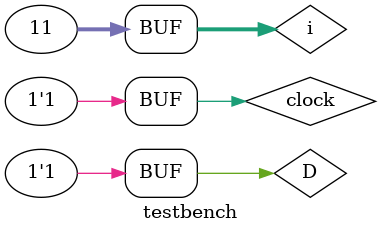
<source format=v>
module testbench;
reg clock;
reg D;
wire Q;
integer i;

d_ff m(clock,D,Rst,Q);
initial begin
D=0;
#8 D=1;
#10 D=0;
#10 D=0;
#10 D=1;
#10 D=0;
#10 D=1;
#40;
end
initial begin
clock = 0;
for(i=0;i<=10;i=i+1)
#10 clock = ~clock;
end
initial begin
$monitor("clock = %d, D=%d, Q=%d \n",clock,D,Q);
end
endmodule
</source>
